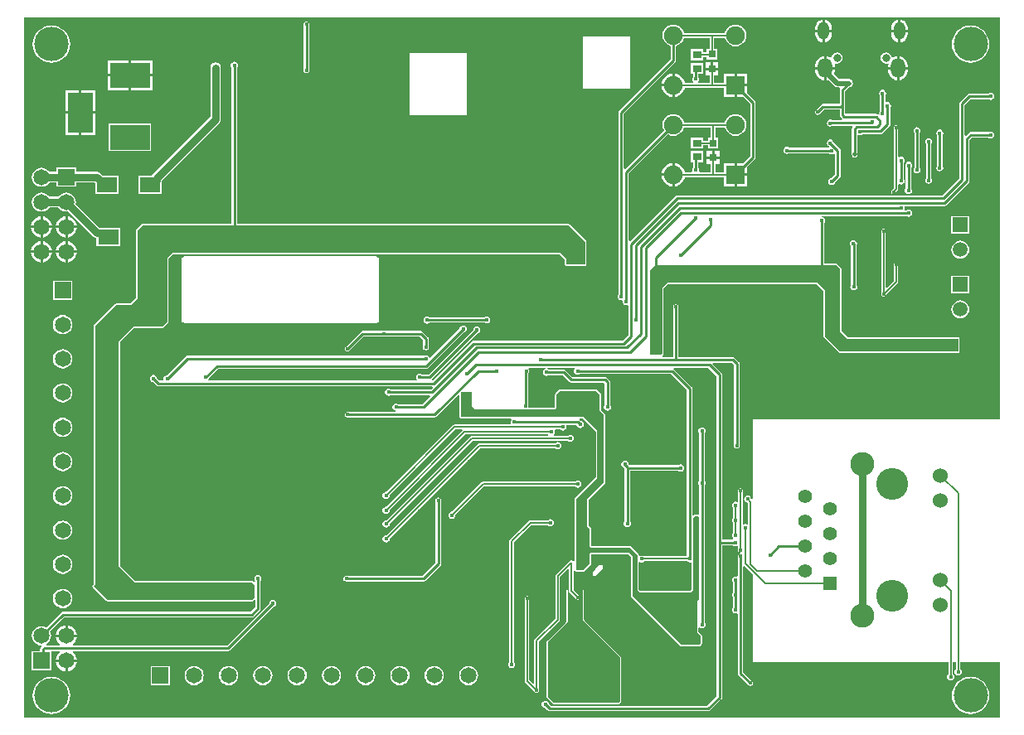
<source format=gbl>
%FSTAX23Y23*%
%MOIN*%
%SFA1B1*%

%IPPOS*%
%ADD12C,0.006000*%
%ADD14C,0.010000*%
%ADD22R,0.031500X0.031500*%
%ADD27R,0.037400X0.031500*%
%ADD101C,0.020000*%
%ADD102C,0.030000*%
%ADD104C,0.059100*%
%ADD105R,0.059100X0.059100*%
%ADD106R,0.075000X0.075000*%
%ADD107C,0.075000*%
%ADD108R,0.160000X0.100000*%
%ADD109R,0.100000X0.160000*%
%ADD110C,0.065000*%
%ADD111R,0.065000X0.065000*%
%ADD112C,0.031500*%
%ADD113O,0.045300X0.070900*%
%ADD114O,0.057100X0.078700*%
%ADD115R,0.065000X0.065000*%
%ADD116R,0.055000X0.055000*%
%ADD117C,0.055000*%
%ADD118C,0.060200*%
%ADD119C,0.128000*%
%ADD120C,0.096300*%
%ADD121C,0.138000*%
%ADD122C,0.015700*%
%ADD123C,0.019700*%
%ADD124R,0.082700X0.061000*%
%LNv1.0-1*%
%LPD*%
G36*
X04933Y0337D02*
X0394D01*
Y03051*
X03938Y0305*
X03935Y03049*
X03932Y03051*
X03931Y03055*
X03928Y0306*
X03924Y03063*
X03918Y03064*
X03913Y03063*
X03908Y0306*
X03905Y03055*
X03904Y0305*
X03905Y03044*
X03908Y0304*
X03913Y03037*
X03918Y03035*
X0392Y03031*
Y0295*
X03915Y02947*
X03915Y02948*
X0391Y02949*
X03904Y02948*
X03904Y02947*
X03899Y0295*
Y03085*
X03898Y03088*
X03896Y03091*
X03893Y03093*
X0389Y03094*
X03886Y03093*
X03883Y03091*
X03881Y03088*
X0388Y03085*
Y0304*
X03875Y03037*
X03875Y03038*
X0387Y03039*
X03864Y03038*
X0386Y03035*
X03856Y0303*
X03855Y03025*
X03856Y03019*
X0386Y03015*
X0386Y03014*
Y02975*
X0386Y02975*
X03856Y0297*
X03855Y02965*
X03856Y02959*
X0386Y02955*
X0386Y02954*
Y02915*
X0386Y02915*
X03856Y0291*
X03855Y02905*
X03856Y02899*
X0386Y02895*
X03861Y02894*
X03861Y02888*
X03859Y02886*
X03816*
Y0355*
X03815Y03554*
X03812Y03557*
X03777Y03593*
X03779Y03598*
X03855*
X03863Y0359*
Y03265*
X03864Y0326*
X03867Y03257*
X0387Y03254*
X03875Y03253*
X03879Y03254*
X03882Y03257*
X03885Y0326*
X03886Y03265*
Y03595*
X03885Y03599*
X03882Y03602*
X03867Y03617*
X03864Y0362*
X0386Y03621*
X03641*
Y03825*
X0364Y03829*
X03637Y03832*
X03634Y03835*
X0363Y03836*
X03625Y03835*
X03622Y03832*
X03619Y03829*
X03618Y03825*
Y03621*
X03576*
X03576Y03622*
X03575Y03626*
X03579Y0363*
X03581Y03635*
Y03897*
X03597Y03913*
X04197*
X04223Y03887*
Y03705*
X04225Y037*
X04285Y0364*
X0429Y03638*
X04765*
X04769Y0364*
X04771Y03645*
Y03695*
X04769Y03699*
X04765Y03701*
X04322*
X04296Y03727*
Y03975*
X04294Y03979*
X04279Y03994*
X04275Y03996*
X04226*
Y04161*
X04228Y04164*
X04229Y0417*
X04228Y04175*
X04225Y0418*
X0422Y04183*
X04216Y04183*
X04217Y04188*
X04556*
X04559Y04186*
X04565Y04185*
X0457Y04186*
X04575Y0419*
X04578Y04194*
X04579Y042*
X04578Y04205*
X04575Y0421*
X0457Y04213*
X04565Y04214*
X04559Y04213*
X04556Y04211*
X04551*
X04548Y04216*
X04549Y0422*
X04548Y04223*
X04551Y04228*
X0471*
X04714Y04229*
X04717Y04232*
X04807Y04322*
X0481Y04325*
X04811Y0433*
Y04495*
X04819Y04503*
X04886*
X04889Y04501*
X04895Y045*
X049Y04501*
X04905Y04505*
X04908Y04509*
X04909Y04515*
X04908Y0452*
X04905Y04525*
X049Y04528*
X04895Y04529*
X04889Y04528*
X04886Y04526*
X04815*
X0481Y04525*
X04807Y04522*
X04796Y04512*
X04791Y04514*
Y04635*
X04814Y04658*
X04886*
X04889Y04656*
X04895Y04655*
X049Y04656*
X04905Y0466*
X04908Y04664*
X04909Y0467*
X04908Y04675*
X04905Y0468*
X049Y04683*
X04895Y04684*
X04889Y04683*
X04886Y04681*
X0481*
X04805Y0468*
X04802Y04677*
X04772Y04647*
X04769Y04644*
X04768Y0464*
Y04339*
X047Y04271*
X04567*
X04566Y04276*
X04567Y04276*
X0457Y04276*
X04575Y0428*
X04578Y04284*
X04579Y0429*
X04578Y04295*
X04577Y04296*
Y04383*
X04579Y04387*
X0458Y04392*
X04579Y04398*
X04576Y04402*
X04572Y04406*
X04566Y04407*
X04561Y04406*
X04556Y04402*
X04553Y04398*
X04552Y04392*
X04553Y04387*
X04554Y04386*
Y04299*
X04551Y04295*
X0455Y0429*
X04551Y04284*
X04555Y0428*
X04559Y04276*
X04562Y04276*
X04563Y04276*
X04562Y04271*
X04507*
X04507Y04276*
X04508Y04276*
X04511Y04278*
X04513Y04281*
X04513Y04283*
X04521Y04291*
X04523Y04294*
X04524Y04297*
Y04314*
X04529Y04317*
X04529Y04316*
X04535Y04315*
X0454Y04316*
X04545Y0432*
X04548Y04324*
X04549Y0433*
X04548Y04335*
X04547Y04336*
Y04403*
X04549Y04407*
X0455Y04412*
X04549Y04418*
X04546Y04422*
X04542Y04426*
X04536Y04427*
X04531Y04426*
X04529Y04424*
X04524Y04427*
Y04545*
X04523Y04548*
X04521Y04551*
X04518Y04553*
X04515Y04554*
X04511Y04553*
X04508Y04551*
X04506Y04548*
X04505Y04545*
Y04301*
X04498Y04294*
X04496Y04291*
X04495Y04287*
Y04285*
X04496Y04281*
X04498Y04278*
X04501Y04276*
X04503Y04276*
X04502Y04271*
X03635*
X0363Y0427*
X03627Y04267*
X03446Y04087*
X03441Y04089*
Y0436*
X03597Y04517*
X03598Y04517*
X03608Y04512*
X0362Y04511*
X03631Y04512*
X03641Y04517*
X03651Y04524*
X03658Y04533*
X03662Y04543*
X03662Y04545*
X0377*
Y04504*
X03758*
Y04491*
X03739*
Y04504*
X0369*
Y0446*
X03739*
Y04473*
X03758*
Y0446*
X03801*
Y04504*
X03789*
Y04545*
X03827*
X03827Y04543*
X03832Y04533*
X03839Y04524*
X03848Y04517*
X03858Y04512*
X0387Y04511*
X03881Y04512*
X03891Y04517*
X03901Y04524*
X03908Y04533*
X03912Y04543*
X03913Y04555*
X03912Y04566*
X03908Y04576*
X03901Y04586*
X03891Y04593*
X03881Y04597*
X0387Y04598*
X03858Y04597*
X03848Y04593*
X03839Y04586*
X03832Y04576*
X03827Y04566*
X03827Y04564*
X03662*
X03662Y04566*
X03658Y04576*
X03651Y04586*
X03641Y04593*
X03631Y04597*
X0362Y04598*
X03608Y04597*
X03598Y04593*
X03589Y04586*
X03582Y04576*
X03577Y04566*
X03576Y04555*
X03577Y04543*
X03582Y04533*
X03582Y04532*
X03426Y04377*
X03421Y04379*
Y046*
X03627Y04807*
X0363Y0481*
X03631Y04815*
Y04872*
X03631*
X03641Y04877*
X03651Y04884*
X03658Y04893*
X03662Y04903*
X03662Y04905*
X03765*
Y04861*
X03753*
Y04846*
X03739*
Y04859*
X0369*
Y04815*
X03739*
Y04828*
X03753*
Y04817*
X03796*
Y04861*
X03784*
Y04905*
X03827*
X03827Y04903*
X03832Y04893*
X03839Y04884*
X03848Y04877*
X03858Y04872*
X0387Y04871*
X03881Y04872*
X03891Y04877*
X03901Y04884*
X03908Y04893*
X03912Y04903*
X03913Y04915*
X03912Y04926*
X03908Y04936*
X03901Y04946*
X03891Y04953*
X03881Y04957*
X0387Y04958*
X03858Y04957*
X03848Y04953*
X03839Y04946*
X03832Y04936*
X03827Y04926*
X03827Y04924*
X03662*
X03662Y04926*
X03658Y04936*
X03651Y04946*
X03641Y04953*
X03631Y04957*
X0362Y04958*
X03608Y04957*
X03598Y04953*
X03589Y04946*
X03582Y04936*
X03577Y04926*
X03576Y04915*
X03577Y04903*
X03582Y04893*
X03589Y04884*
X03598Y04877*
X03608Y04872*
X03608*
Y04819*
X03402Y04612*
X03399Y04609*
X03398Y04605*
Y03873*
X03396Y0387*
X03395Y03865*
X03396Y03859*
X034Y03855*
X03404Y03851*
X0341Y0385*
X03412Y03851*
X03416Y03847*
X03415Y03845*
X03416Y03839*
X0342Y03835*
X03424Y03831*
X0343Y0383*
X03433Y03831*
X03438Y03828*
Y03709*
X03415Y03686*
X02815*
X0281Y03685*
X02807Y03682*
X02652Y03528*
X02651Y03528*
X0265Y03534*
X02833Y03717*
X02835Y03718*
X0284Y03721*
X02843Y03725*
X02844Y03731*
X02843Y03736*
X0284Y03741*
X02835Y03744*
X0283Y03745*
X02824Y03744*
X0282Y03741*
X02816Y03736*
X02816Y03731*
X02635Y03551*
X02608*
X02605Y03553*
X026Y03554*
X02594Y03553*
X0259Y0355*
X02586Y03545*
X02585Y0354*
X02586Y03534*
X02589Y03531*
X02587Y03527*
X02587Y03526*
X01753*
X01752Y03527*
X0175Y03531*
X01753Y03534*
X01753Y03537*
X01789Y03573*
X02625*
X02629Y03574*
X02632Y03577*
X02777Y03721*
X0278Y03721*
X02785Y03725*
X02788Y03729*
X02789Y03735*
X02788Y0374*
X02785Y03745*
X0278Y03748*
X02775Y03749*
X02769Y03748*
X02765Y03745*
X02761Y0374*
X02761Y03737*
X02642Y03618*
X02638Y0362*
X02637Y0362*
X02635Y03625*
X0263Y03628*
X02625Y03629*
X02619Y03628*
X02616Y03626*
X01665*
X0166Y03625*
X01657Y03622*
X01582Y03548*
X01579Y03548*
X01575Y03545*
X01571Y0354*
X0157Y03535*
X01571Y03531*
X01568Y03526*
X01554*
X01543Y03537*
X01543Y0354*
X0154Y03545*
X01535Y03548*
X0153Y03549*
X01524Y03548*
X0152Y03545*
X01516Y0354*
X01515Y03535*
X01516Y03529*
X0152Y03525*
X01524Y03521*
X01527Y03521*
X01542Y03507*
X01545Y03504*
X0155Y03503*
X0265*
X02652Y03498*
X02645Y03491*
X02483*
X0248Y03493*
X02475Y03494*
X02469Y03493*
X02465Y0349*
X02461Y03485*
X0246Y0348*
X02461Y03474*
X02465Y0347*
X02469Y03466*
X02475Y03465*
X0248Y03466*
X02483Y03468*
X02641*
X02643Y03464*
X0261Y03431*
X02513*
X0251Y03433*
X02505Y03434*
X02499Y03433*
X02495Y0343*
X02491Y03425*
X0249Y0342*
X02491Y03414*
X02495Y0341*
X02499Y03406*
X02503Y03406*
X02502Y03401*
X0231*
X02305Y034*
X02302Y03397*
X02299Y03394*
X02298Y0339*
X02299Y03385*
X02302Y03382*
X02305Y03379*
X0231Y03378*
X0266*
X02664Y03379*
X02667Y03382*
X02753Y03468*
X02758Y03466*
Y03384*
X0276Y0338*
X02765Y03375*
X02769Y03373*
X02966*
X02967Y03373*
X02969Y03368*
X02966Y03365*
X02965Y0336*
X02966Y03354*
X02967Y03354*
X02964Y03349*
X0274*
X02736Y03348*
X02733Y03346*
X02466Y03079*
X02465Y03079*
X02459Y03078*
X02455Y03075*
X02451Y0307*
X0245Y03065*
X02451Y03059*
X02455Y03055*
X02459Y03051*
X02465Y0305*
X0247Y03051*
X02475Y03055*
X02478Y03059*
X02479Y03065*
X02479Y03066*
X02743Y0333*
X02771*
X02772Y03328*
X02772Y03325*
X02466Y03019*
X02465Y03019*
X02459Y03018*
X02455Y03015*
X02451Y0301*
X0245Y03005*
X02451Y02999*
X02455Y02995*
X02459Y02991*
X02465Y0299*
X0247Y02991*
X02475Y02995*
X02478Y02999*
X02479Y03005*
X02479Y03006*
X02783Y0331*
X03116*
X03117Y03309*
X03115Y03304*
X0281*
X02806Y03303*
X02803Y03301*
X02466Y02964*
X02465Y02964*
X02459Y02963*
X02455Y0296*
X02451Y02955*
X0245Y0295*
X02451Y02944*
X02455Y0294*
X02459Y02936*
X02465Y02935*
X0247Y02936*
X02475Y0294*
X02478Y02944*
X02479Y0295*
X02479Y02951*
X02813Y03285*
X03194*
X03195Y03285*
X03199Y03281*
X03205Y0328*
X0321Y03281*
X03215Y03285*
X03218Y03289*
X03219Y03295*
X03218Y033*
X03215Y03305*
X0321Y03308*
X03205Y03309*
X03199Y03308*
X03195Y03305*
X03194Y03304*
X0314*
X03138Y03309*
X0314Y0331*
X03143Y03314*
X03144Y0332*
X03143Y03325*
X03142Y03325*
X03145Y0333*
X03164*
X03165Y0333*
X03169Y03326*
X03175Y03325*
X0318Y03326*
X03185Y0333*
X03188Y03334*
X03189Y0334*
X03188Y03343*
X03191Y03348*
X0323*
X03231Y03347*
X03231Y03344*
X03235Y0334*
X03239Y03336*
X03245Y03335*
X0325Y03336*
X03255Y0334*
X03258Y03344*
X03259Y0335*
X03258Y03355*
X03255Y0336*
X0325Y03363*
X03247Y03363*
X03242Y03367*
X03242Y03368*
X03243Y03373*
X03257*
X03308Y03322*
Y03137*
X03224Y03053*
X03222Y03048*
Y02801*
X03217Y028*
X03216Y02801*
X03213Y02803*
X0321Y02804*
X03206Y02803*
X03203Y02801*
X03148Y02746*
X03146Y02743*
X03145Y0274*
Y02568*
X03063Y02486*
X03061Y02483*
X0306Y0248*
Y02308*
X03056Y02306*
X03041Y02321*
Y02652*
X03041Y02655*
X03039Y02658*
X03036Y0266*
X03032Y02661*
X03029Y0266*
X03026Y02658*
X03024Y02655*
X03023Y02652*
Y02317*
X03024Y02313*
X03026Y0231*
X03063Y02273*
X03066Y02271*
X0307Y0227*
X03073Y02271*
X03076Y02273*
X03078Y02276*
X03079Y0228*
Y02476*
X03161Y02558*
X03163Y02561*
X03164Y02565*
Y02736*
X03196Y02768*
X032Y02766*
Y0268*
X03201Y02676*
X03203Y02673*
X03228Y02648*
X03231Y02646*
X03235Y02645*
X03238Y02646*
X03241Y02648*
X03243Y02651*
X03244Y02655*
X03243Y02658*
X03241Y02661*
X03219Y02683*
Y02759*
X03224Y0276*
X03228Y02758*
X03259*
X03264Y0276*
X03289Y02785*
X03291Y0279*
Y02827*
X03292Y02828*
X03437*
X03448Y02817*
Y0266*
X0345Y02655*
X03645Y0246*
X0365Y02458*
X03725*
X03729Y0246*
X03734Y02465*
X03736Y0247*
Y025*
X03734Y02504*
X03721Y02517*
Y02531*
X03721Y02532*
X03726Y02534*
X03729Y02531*
X03735Y0253*
X0374Y02531*
X03745Y02535*
X03748Y02539*
X03749Y02545*
X03748Y0255*
X03746Y02553*
Y03106*
X03748Y03109*
X03749Y03115*
X03748Y0312*
X03746Y03123*
Y03316*
X03748Y03319*
X03749Y03325*
X03748Y0333*
X03745Y03335*
X0374Y03338*
X03735Y03339*
X03729Y03338*
X03725Y03335*
X03721Y0333*
X0372Y03325*
X03721Y03319*
X03723Y03316*
Y03123*
X03721Y0312*
X0372Y03115*
X03721Y03109*
X03723Y03106*
Y02989*
X0372Y02986*
X03705*
X03701Y02984*
X03696Y02986*
Y03495*
X03695Y03499*
X03692Y03502*
X03622Y03572*
X03621Y03573*
X03623Y03578*
X0376*
X03793Y03545*
Y02875*
Y02257*
X03755Y02218*
X03127*
X03118Y02227*
X03118Y0223*
X03115Y02235*
X0311Y02238*
X03105Y02239*
X03099Y02238*
X03095Y02235*
X03091Y0223*
X0309Y02225*
X03091Y02219*
X03095Y02215*
X03099Y02211*
X03102Y02211*
X03114Y02199*
X03118Y02197*
X03122Y02196*
X0376*
X03764Y02197*
X03767Y02199*
X03812Y02244*
X03815Y02248*
X03816Y02252*
Y02863*
X03861*
X03864Y02861*
X0387Y0286*
X03875Y02861*
X03875Y02862*
X0388Y02859*
Y02845*
X03881Y02841*
X03883Y02838*
X03886Y02836*
X03888Y02836*
Y02831*
X03885Y0283*
X03882Y02827*
X03879Y02824*
X03878Y0282*
Y02741*
X03873Y02738*
X0387Y02739*
X03864Y02738*
X0386Y02735*
X03856Y0273*
X03855Y02725*
X03856Y02719*
X03858Y02716*
Y02673*
X03856Y0267*
X03855Y02665*
X03856Y02659*
X03858Y02656*
Y02613*
X03856Y0261*
X03855Y02605*
X03856Y02599*
X0386Y02595*
X03864Y02591*
X0387Y0259*
X03873Y02591*
X03878Y02588*
Y02348*
X03879Y02343*
X03882Y0234*
X0392Y02301*
X03924Y02299*
X03928Y02298*
X03932Y02299*
X03936Y02301*
X03938Y02305*
X03939Y02309*
X03938Y02313*
X03936Y02317*
X03901Y02352*
Y02778*
X03906Y0278*
X0394Y02747*
Y02395*
X04725*
Y02345*
X04725Y02345*
X04721Y0234*
X0472Y02335*
X04721Y02329*
X04725Y02325*
X04729Y02321*
X04735Y0232*
X0474Y02321*
X04745Y02325*
X04748Y02329*
X04749Y02335*
X04748Y0234*
X04745Y02345*
X04744Y02345*
Y02395*
X04755*
Y02365*
X04755Y02365*
X04751Y0236*
X0475Y02355*
X04751Y02349*
X04755Y02345*
X04759Y02341*
X04765Y0234*
X0477Y02341*
X04775Y02345*
X04778Y02349*
X04779Y02355*
X04778Y0236*
X04775Y02365*
X04774Y02365*
Y02395*
X04933*
Y02171*
X01011*
Y04988*
X04933*
Y0337*
G37*
G36*
X0429Y03975D02*
Y03725D01*
X0432Y03695*
X04765*
Y03645*
X0429*
X0423Y03705*
Y0389*
X042Y0392*
X03595*
X03575Y039*
Y03635*
X0357Y0363*
X0353*
X03525Y03635*
Y0397*
X03545Y0399*
X04275*
X0429Y03975*
G37*
G36*
X03324Y0347D02*
Y03405D01*
X03339Y0339*
Y03325*
Y03115*
X03274Y0305*
Y0294*
X03284Y0293*
Y0286*
X03289Y02855*
X03445*
X03475Y02825*
Y02685*
X03485Y02675*
X0369*
X037Y02685*
Y02975*
X03705Y0298*
X0372*
X03723Y02976*
Y02648*
X03715Y0264*
Y02515*
X0373Y025*
Y0247*
X03725Y02465*
X0365*
X03455Y0266*
Y0282*
X0344Y02835*
X0329*
X03284Y0283*
Y0279*
X03259Y02765*
X03228*
Y03048*
X03314Y03135*
Y03325*
X03259Y0338*
X02769*
X02765Y03384*
Y03479*
X02768Y03482*
X0281*
Y03424*
X02824Y0341*
X03144*
X0315Y03415*
Y03471*
X03163Y03485*
X03309*
X03324Y0347*
G37*
G36*
X03222Y03577D02*
X03224Y03573D01*
X03221Y0357*
X0322Y03565*
X03221Y03559*
X03225Y03555*
X03229Y03551*
X03235Y0355*
X0324Y03551*
X03243Y03553*
X0361*
X03673Y0349*
Y02819*
X03501*
X03497Y02822*
X03492Y02823*
X03486Y02822*
X03486Y02821*
X03481Y02824*
Y02825*
X03479Y02829*
X03449Y02859*
X03445Y02861*
X03292*
X03291Y02862*
Y0293*
X03289Y02934*
X03281Y02942*
Y03047*
X03344Y0311*
X03346Y03115*
Y03325*
Y0339*
X03344Y03394*
X03331Y03407*
Y0347*
X03329Y03474*
X03314Y03489*
X03309Y03491*
X03163*
X03159Y03489*
X03145Y03475*
X03143Y03471*
Y03417*
X03142Y03416*
X03038*
X03036Y03418*
X03035Y03421*
X03036Y03425*
Y03555*
X03037Y03557*
X0304Y0356*
X03041Y03565*
X0304Y03569*
X03037Y03572*
X03036Y03573*
X03038Y03578*
X03107*
X03108Y03573*
X03107Y03573*
X03104Y03573*
X031Y0357*
X03096Y03565*
X03095Y0356*
X03096Y03554*
X031Y0355*
X03104Y03546*
X0311Y03545*
X03115Y03546*
X03118Y03548*
X03175*
X03202Y03522*
X03205Y03519*
X0321Y03518*
X0334*
X03343Y03515*
Y03428*
X03341Y03425*
X0334Y0342*
X03341Y03414*
X03345Y0341*
X03349Y03406*
X03355Y03405*
X0336Y03406*
X03365Y0341*
X03368Y03414*
X03369Y0342*
X03368Y03425*
X03366Y03428*
Y0352*
X03365Y03524*
X03362Y03527*
X03352Y03537*
X03349Y0354*
X03345Y03541*
X03214*
X03187Y03567*
X03184Y0357*
X0318Y03571*
X03118*
X03115Y03573*
X03112Y03573*
X03111Y03573*
X03112Y03578*
X03222*
X03222Y03577*
G37*
G36*
X03675Y028D02*
X03679Y02796D01*
X03685Y02795*
X03688Y02796*
X03693Y02793*
Y02687*
X03687Y02681*
X03487*
X03481Y02687*
Y02793*
X03486Y02796*
X03486Y02795*
X03492Y02794*
X03497Y02795*
X03502Y02799*
X03503Y028*
X03674*
X03675Y028*
G37*
%LNv1.0-2*%
%LPC*%
G36*
X04534Y04978D02*
Y04938D01*
X04562*
Y04946*
X04561Y04954*
X04557Y04962*
X04552Y04969*
X04545Y04974*
X04537Y04977*
X04534Y04978*
G37*
G36*
X04229D02*
Y04938D01*
X04257*
Y04946*
X04255Y04954*
X04252Y04962*
X04247Y04969*
X0424Y04974*
X04232Y04977*
X04229Y04978*
G37*
G36*
X04219D02*
X04215Y04977D01*
X04207Y04974*
X042Y04969*
X04195Y04962*
X04192Y04954*
X04191Y04946*
Y04938*
X04219*
Y04978*
G37*
G36*
X04524D02*
X0452Y04977D01*
X04512Y04974*
X04506Y04969*
X045Y04962*
X04497Y04954*
X04496Y04946*
Y04938*
X04524*
Y04978*
G37*
G36*
X04562Y04928D02*
X04534D01*
Y04888*
X04537Y04888*
X04545Y04892*
X04552Y04897*
X04557Y04904*
X04561Y04912*
X04562Y0492*
Y04928*
G37*
G36*
X04219D02*
X04191D01*
Y0492*
X04192Y04912*
X04195Y04904*
X042Y04897*
X04207Y04892*
X04215Y04888*
X04219Y04888*
Y04928*
G37*
G36*
X04257D02*
X04229D01*
Y04888*
X04232Y04888*
X0424Y04892*
X04247Y04897*
X04252Y04904*
X04255Y04912*
X04257Y0492*
Y04928*
G37*
G36*
X04524D02*
X04496D01*
Y0492*
X04497Y04912*
X045Y04904*
X04506Y04897*
X04512Y04892*
X0452Y04888*
X04524Y04888*
Y04928*
G37*
G36*
X04278Y04847D02*
X04269Y04845D01*
X04262Y0484*
X04257Y04833*
X04256Y04828*
X04251Y04826*
X04249Y04828*
X0424Y04832*
X04235Y04832*
Y04788*
X04268*
Y04794*
X04268Y048*
X04272Y04804*
X04278Y04802*
X04286Y04804*
X04293Y04809*
X04298Y04816*
X043Y04825*
X04298Y04833*
X04293Y0484*
X04286Y04845*
X04278Y04847*
G37*
G36*
X04815Y04955D02*
X048Y04953D01*
X04786Y04949*
X04773Y04942*
X04761Y04933*
X04752Y04921*
X04745Y04908*
X04741Y04894*
X04739Y0488*
X04741Y04865*
X04745Y04851*
X04752Y04838*
X04761Y04826*
X04773Y04817*
X04786Y0481*
X048Y04806*
X04815Y04804*
X04829Y04806*
X04843Y0481*
X04856Y04817*
X04868Y04826*
X04877Y04838*
X04884Y04851*
X04888Y04865*
X0489Y0488*
X04888Y04894*
X04884Y04908*
X04877Y04921*
X04868Y04933*
X04856Y04942*
X04843Y04949*
X04829Y04953*
X04815Y04955*
G37*
G36*
X0112D02*
X01105Y04953D01*
X01091Y04949*
X01078Y04942*
X01066Y04933*
X01057Y04921*
X0105Y04908*
X01046Y04894*
X01044Y0488*
X01046Y04865*
X0105Y04851*
X01057Y04838*
X01066Y04826*
X01078Y04817*
X01091Y0481*
X01105Y04806*
X0112Y04804*
X01134Y04806*
X01148Y0481*
X01161Y04817*
X01173Y04826*
X01182Y04838*
X01189Y04851*
X01193Y04865*
X01195Y0488*
X01193Y04894*
X01189Y04908*
X01182Y04921*
X01173Y04933*
X01161Y04942*
X01148Y04949*
X01134Y04953*
X0112Y04955*
G37*
G36*
X04528Y04832D02*
Y04788D01*
X04562*
Y04794*
X0456Y04804*
X04557Y04814*
X0455Y04822*
X04542Y04828*
X04533Y04832*
X04528Y04832*
G37*
G36*
X04225D02*
X0422Y04832D01*
X0421Y04828*
X04202Y04822*
X04196Y04814*
X04192Y04804*
X04191Y04794*
Y04788*
X04225*
Y04832*
G37*
G36*
X04475Y04847D02*
X04466Y04845D01*
X04459Y0484*
X04454Y04833*
X04452Y04825*
X04454Y04816*
X04459Y04809*
X04466Y04804*
X04475Y04802*
X0448Y04804*
X04485Y048*
X04484Y04794*
Y04788*
X04518*
Y04832*
X04513Y04832*
X04503Y04828*
X04502Y04826*
X04496Y04828*
X04495Y04833*
X0449Y0484*
X04483Y04845*
X04475Y04847*
G37*
G36*
X038Y04806D02*
X0378D01*
Y04785*
X038*
Y04806*
G37*
G36*
X0377D02*
X03749D01*
Y04785*
X0377*
Y04806*
G37*
G36*
X02145Y04971D02*
X0214Y0497D01*
X02137Y04967*
X02134Y04964*
X02133Y0496*
Y04775*
X02134Y0477*
X02137Y04767*
X0214Y04764*
X02145Y04763*
X02149Y04764*
X02152Y04767*
X02155Y0477*
X02156Y04775*
Y0496*
X02155Y04964*
X02152Y04967*
X02149Y0497*
X02145Y04971*
G37*
G36*
X01525Y04815D02*
X0144D01*
Y0476*
X01525*
Y04815*
G37*
G36*
X0143D02*
X01345D01*
Y0476*
X0143*
Y04815*
G37*
G36*
X04562Y04778D02*
X04528D01*
Y04734*
X04533Y04735*
X04542Y04739*
X0455Y04745*
X04557Y04753*
X0456Y04762*
X04562Y04772*
Y04778*
G37*
G36*
X04225D02*
X04191D01*
Y04772*
X04192Y04762*
X04196Y04753*
X04202Y04745*
X0421Y04739*
X0422Y04735*
X04225Y04734*
Y04778*
G37*
G36*
X04518D02*
X04484D01*
Y04772*
X04485Y04762*
X04489Y04753*
X04495Y04745*
X04503Y04739*
X04513Y04735*
X04518Y04734*
Y04778*
G37*
G36*
X03739Y04804D02*
X0369D01*
Y0476*
X03698*
Y04748*
X03696Y04745*
X03695Y0474*
X03696Y04734*
X037Y0473*
X03701Y04729*
X03699Y04724*
X03666*
X03666Y04727*
X03661Y04739*
X03653Y04748*
X03644Y04756*
X03632Y04761*
X03625Y04762*
Y04715*
Y04667*
X03632Y04668*
X03644Y04673*
X03653Y04681*
X03661Y04691*
X03666Y04702*
X03666Y04705*
X03822*
Y04667*
X03865*
Y04715*
X0387*
X03865*
Y04762*
X03822*
Y04724*
X03784*
Y04754*
X038*
Y04775*
X03775*
X03749*
Y04754*
X03765*
Y04724*
X0372*
X03718Y04729*
X0372Y0473*
X03723Y04734*
X03724Y0474*
X03723Y04745*
X03721Y04748*
Y0476*
X03739*
Y04804*
G37*
G36*
X03917Y04762D02*
X03875D01*
Y0472*
X03917*
Y04762*
G37*
G36*
X03615Y04762D02*
X03607Y04761D01*
X03596Y04756*
X03586Y04748*
X03578Y04739*
X03573Y04727*
X03572Y0472*
X03615*
Y04762*
G37*
G36*
X03445Y0491D02*
X03255D01*
Y047*
X03445*
Y0491*
G37*
G36*
X01525Y0475D02*
X0144D01*
Y04695*
X01525*
Y0475*
G37*
G36*
X0143D02*
X01345D01*
Y04695*
X0143*
Y0475*
G37*
G36*
X03615Y0471D02*
X03572D01*
X03573Y04702*
X03578Y04691*
X03586Y04681*
X03596Y04673*
X03607Y04668*
X03615Y04667*
Y0471*
G37*
G36*
X04268Y04778D02*
X04235D01*
Y04734*
X0424Y04735*
X04243Y04736*
X04268Y04711*
X04273Y04707*
X0428Y04706*
X04287*
X0429Y04701*
X0429Y04701*
X04289Y04696*
Y04639*
X04221*
X04217Y04638*
X04213Y04635*
X04192Y04615*
X0419Y04611*
X04189Y04607*
X0419Y04602*
X04192Y04599*
X04196Y04596*
X042Y04595*
X04205Y04596*
X04208Y04599*
X04226Y04616*
X04289*
Y04593*
X0429Y04589*
X04292Y04585*
X04298Y0458*
Y04579*
X04296Y04575*
X04258*
X04257Y04576*
X04251Y04577*
X04246Y04576*
X04241Y04572*
X04238Y04568*
X04237Y04562*
X04238Y04557*
X04241Y04552*
X04246Y04549*
X04251Y04548*
X04257Y04549*
X04261Y04552*
X0434*
X04342Y04548*
X0434Y04546*
X04338Y04543*
X04337Y04538*
Y04436*
X04338Y04431*
X0434Y04428*
X04344Y04425*
X04348Y04425*
X04353Y04425*
X04356Y04428*
X04359Y04431*
X04359Y04436*
Y04513*
X04364Y04515*
X04366Y04514*
X04371Y04513*
X04377Y04514*
X04381Y04517*
X04452*
X04457Y04518*
X0446Y04521*
X04489Y0455*
X04492Y04553*
X04492Y04557*
Y04624*
X04494Y04627*
X04495Y04632*
X04494Y04638*
X04491Y04642*
X04487Y04646*
X04481Y04647*
X04477Y04646*
X04472Y04649*
Y04674*
X04474Y04677*
X04475Y04682*
X04474Y04688*
X04471Y04692*
X04467Y04696*
X04461Y04697*
X04456Y04696*
X04451Y04692*
X04448Y04688*
X04447Y04682*
X04448Y04677*
X0445Y04674*
Y04611*
X04448Y04608*
X04447Y04602*
X04448Y04599*
X04446Y04597*
X04443Y04596*
X04441Y04598*
X04436Y04599*
X04311*
Y04627*
Y04692*
X04326Y04706*
X04326*
X04332Y04707*
X04338Y04711*
X04341Y04716*
X04343Y04722*
X04341Y04729*
X04338Y04734*
X04332Y04738*
X04326Y04739*
X04286*
X04266Y04759*
X04267Y04762*
X04268Y04772*
Y04778*
G37*
G36*
X01295Y04695D02*
X0124D01*
Y0461*
X01295*
Y04695*
G37*
G36*
X0123D02*
X01175D01*
Y0461*
X0123*
Y04695*
G37*
G36*
X0279Y04845D02*
X0256D01*
Y04595*
X0279*
Y04845*
G37*
G36*
X01295Y046D02*
X0124D01*
Y04515*
X01295*
Y046*
G37*
G36*
X0123D02*
X01175D01*
Y04515*
X0123*
Y046*
G37*
G36*
X04251Y04497D02*
X04246Y04496D01*
X04241Y04492*
X04238Y04488*
X04237Y04482*
X04238Y04477*
X04241Y04472*
X04246Y04469*
X04247Y04469*
X04247Y04468*
X04244Y04463*
X04086*
X04082Y04466*
X04076Y04467*
X04071Y04466*
X04066Y04462*
X04063Y04458*
X04062Y04452*
X04063Y04447*
X04066Y04442*
X04071Y04439*
X04076Y04438*
X04082Y04439*
X04083Y0444*
X04247*
X04251Y04438*
X04256Y04437*
X04262Y04438*
X04265Y0444*
X04269Y04438*
X0427Y04438*
Y04357*
X04254Y04341*
X04251Y04341*
X04246Y04337*
X04243Y04333*
X04242Y04327*
X04243Y04322*
X04246Y04317*
X04251Y04314*
X04256Y04313*
X04262Y04314*
X04266Y04317*
X04269Y04322*
X0427Y04325*
X04289Y04345*
X04292Y04348*
X04292Y04352*
Y04452*
X04292Y04457*
X04289Y0446*
X04265Y04485*
X04264Y04488*
X04261Y04492*
X04257Y04496*
X04251Y04497*
G37*
G36*
X01521Y04561D02*
X01349D01*
Y04449*
X01521*
Y04561*
G37*
G36*
X03805Y04449D02*
X03785D01*
Y04428*
X03805*
Y04449*
G37*
G36*
X03775D02*
X03754D01*
Y04428*
X03775*
Y04449*
G37*
G36*
X04691Y04537D02*
X04686Y04536D01*
X04681Y04532*
X04678Y04528*
X04677Y04522*
X04678Y04517*
X0468Y04514*
Y04391*
X04678Y04388*
X04677Y04382*
X04678Y04377*
X04681Y04372*
X04686Y04369*
X04691Y04368*
X04697Y04369*
X04701Y04372*
X04704Y04377*
X04705Y04382*
X04704Y04388*
X04702Y04391*
Y04514*
X04704Y04517*
X04705Y04522*
X04704Y04528*
X04701Y04532*
X04697Y04536*
X04691Y04537*
G37*
G36*
X03739Y04449D02*
X0369D01*
Y04405*
X03698*
Y04383*
X03696Y0438*
X03695Y04375*
X03696Y04369*
X03697Y04369*
X03694Y04364*
X03666*
X03666Y04367*
X03661Y04379*
X03653Y04388*
X03644Y04396*
X03632Y04401*
X03625Y04402*
Y04355*
Y04307*
X03632Y04308*
X03644Y04313*
X03653Y04321*
X03661Y04331*
X03666Y04342*
X03666Y04345*
X03822*
Y04307*
X03865*
Y04355*
Y04402*
X03822*
Y04364*
X03789*
Y04397*
X03805*
Y04418*
X0378*
X03754*
Y04397*
X0377*
Y04364*
X03725*
X03722Y04369*
X03723Y04369*
X03724Y04375*
X03723Y0438*
X03721Y04383*
Y04405*
X03739*
Y04449*
G37*
G36*
X03917Y0471D02*
X03875D01*
Y04667*
X03901*
X03928Y0464*
Y04429*
X03901Y04402*
X03875*
Y0436*
X03917*
Y04386*
X03947Y04417*
X0395Y0442*
X03951Y04425*
Y04645*
X0395Y04649*
X03947Y04652*
X03917Y04683*
Y0471*
G37*
G36*
X03615Y04402D02*
X03607Y04401D01*
X03596Y04396*
X03586Y04388*
X03578Y04379*
X03573Y04367*
X03572Y0436*
X03615*
Y04402*
G37*
G36*
X04599Y04546D02*
X04593Y04545D01*
X04589Y04542*
X04586Y04538*
X04585Y04532*
X04586Y04527*
X04588Y04524*
Y04382*
X04586Y04379*
X04585Y04374*
X04586Y04368*
X04589Y04364*
X04594Y0436*
X04599Y04359*
X04604Y0436*
X04609Y04364*
X04612Y04368*
X04613Y04374*
X04612Y04379*
X0461Y04382*
Y04524*
X04612Y04527*
X04613Y04532*
X04612Y04538*
X04609Y04542*
X04604Y04545*
X04599Y04546*
G37*
G36*
X04646Y04502D02*
X04641Y04501D01*
X04636Y04497*
X04633Y04493*
X04632Y04487*
X04633Y04482*
X04635Y04479*
Y04341*
X04633Y04338*
X04632Y04332*
X04633Y04327*
X04636Y04322*
X04641Y04319*
X04646Y04318*
X04652Y04319*
X04656Y04322*
X04659Y04327*
X0466Y04332*
X04659Y04338*
X04657Y04341*
Y04479*
X04659Y04482*
X0466Y04487*
X04659Y04493*
X04656Y04497*
X04652Y04501*
X04646Y04502*
G37*
G36*
X03615Y0435D02*
X03572D01*
X03573Y04342*
X03578Y04331*
X03586Y04321*
X03596Y04313*
X03607Y04308*
X03615Y04307*
Y0435*
G37*
G36*
X03917D02*
X03875D01*
Y04307*
X03917*
Y0435*
G37*
G36*
X0178Y04806D02*
X01771Y04804D01*
X01764Y048*
X0176Y04793*
X01758Y04785*
Y04587*
X01527Y04356*
X01524Y04351*
X01469*
Y04278*
X01564*
Y04328*
X01564Y0433*
Y04332*
X01795Y04563*
X01799Y0457*
X01801Y04578*
Y04785*
X01799Y04793*
X01795Y048*
X01788Y04804*
X0178Y04806*
G37*
G36*
X0108Y04383D02*
X0107Y04382D01*
X0106Y04378*
X01052Y04372*
X01046Y04364*
X01042Y04355*
X01041Y04345*
X01042Y04335*
X01046Y04325*
X01052Y04317*
X0106Y04311*
X0107Y04307*
X0108Y04306*
X0109Y04307*
X01099Y04311*
X01107Y04317*
X01112Y04323*
X01141*
Y04306*
X01218*
Y04323*
X01293*
X01296Y04321*
Y04278*
X0139*
Y04351*
X01326*
X01317Y0436*
X0131Y04364*
X01302Y04366*
X01218*
Y04383*
X01141*
Y04366*
X01112*
X01107Y04372*
X01099Y04378*
X0109Y04382*
X0108Y04383*
G37*
G36*
X0118Y04283D02*
X0117Y04282D01*
X0116Y04278*
X01152Y04272*
X01147Y04266*
X01112*
X01107Y04272*
X01099Y04278*
X0109Y04282*
X0108Y04283*
X0107Y04282*
X0106Y04278*
X01052Y04272*
X01046Y04264*
X01042Y04255*
X01041Y04245*
X01042Y04235*
X01046Y04225*
X01052Y04217*
X0106Y04211*
X0107Y04207*
X0108Y04206*
X0109Y04207*
X01099Y04211*
X01107Y04217*
X01112Y04223*
X01147*
X01152Y04217*
X0116Y04211*
X0117Y04207*
X0118Y04206*
X01187Y04207*
X01289Y04105*
X01296Y041*
X01301Y04099*
Y04068*
X01395*
Y04141*
X01334*
X01332Y04141*
X01313*
X01217Y04237*
X01218Y04245*
X01217Y04255*
X01213Y04264*
X01207Y04272*
X01199Y04278*
X0119Y04282*
X0118Y04283*
G37*
G36*
X01185Y04187D02*
Y0415D01*
X01222*
X01221Y04156*
X01217Y04166*
X0121Y04175*
X01201Y04182*
X01191Y04186*
X01185Y04187*
G37*
G36*
X01085D02*
Y0415D01*
X01122*
X01121Y04156*
X01117Y04166*
X0111Y04175*
X01101Y04182*
X01091Y04186*
X01085Y04187*
G37*
G36*
X01175D02*
X01168Y04186D01*
X01158Y04182*
X01149Y04175*
X01142Y04166*
X01138Y04156*
X01137Y0415*
X01175*
Y04187*
G37*
G36*
X01075D02*
X01068Y04186D01*
X01058Y04182*
X01049Y04175*
X01042Y04166*
X01038Y04156*
X01037Y0415*
X01075*
Y04187*
G37*
G36*
X04808Y04188D02*
X04737D01*
Y04117*
X04808*
Y04188*
G37*
G36*
X01222Y0414D02*
X01185D01*
Y04102*
X01191Y04103*
X01201Y04107*
X0121Y04114*
X01217Y04123*
X01221Y04133*
X01222Y0414*
G37*
G36*
X01122D02*
X01085D01*
Y04102*
X01091Y04103*
X01101Y04107*
X0111Y04114*
X01117Y04123*
X01121Y04133*
X01122Y0414*
G37*
G36*
X01175D02*
X01137D01*
X01138Y04133*
X01142Y04123*
X01149Y04114*
X01158Y04107*
X01168Y04103*
X01175Y04102*
Y0414*
G37*
G36*
X01075D02*
X01037D01*
X01038Y04133*
X01042Y04123*
X01049Y04114*
X01058Y04107*
X01068Y04103*
X01075Y04102*
Y0414*
G37*
G36*
X01185Y04087D02*
Y0405D01*
X01222*
X01221Y04056*
X01217Y04066*
X0121Y04075*
X01201Y04082*
X01191Y04086*
X01185Y04087*
G37*
G36*
X01085D02*
Y0405D01*
X01122*
X01121Y04056*
X01117Y04066*
X0111Y04075*
X01101Y04082*
X01091Y04086*
X01085Y04087*
G37*
G36*
X01175D02*
X01168Y04086D01*
X01158Y04082*
X01149Y04075*
X01142Y04066*
X01138Y04056*
X01137Y0405*
X01175*
Y04087*
G37*
G36*
X01075D02*
X01068Y04086D01*
X01058Y04082*
X01049Y04075*
X01042Y04066*
X01038Y04056*
X01037Y0405*
X01075*
Y04087*
G37*
G36*
X04773Y04089D02*
X04764Y04088D01*
X04755Y04084*
X04748Y04078*
X04742Y04071*
X04738Y04062*
X04737Y04053*
X04738Y04044*
X04742Y04035*
X04748Y04028*
X04755Y04022*
X04764Y04018*
X04773Y04017*
X04782Y04018*
X04791Y04022*
X04798Y04028*
X04804Y04035*
X04808Y04044*
X04809Y04053*
X04808Y04062*
X04804Y04071*
X04798Y04078*
X04791Y04084*
X04782Y04088*
X04773Y04089*
G37*
G36*
X01222Y0404D02*
X01185D01*
Y04002*
X01191Y04003*
X01201Y04007*
X0121Y04014*
X01217Y04023*
X01221Y04033*
X01222Y0404*
G37*
G36*
X01122D02*
X01085D01*
Y04002*
X01091Y04003*
X01101Y04007*
X0111Y04014*
X01117Y04023*
X01121Y04033*
X01122Y0404*
G37*
G36*
X01175D02*
X01137D01*
X01138Y04033*
X01142Y04023*
X01149Y04014*
X01158Y04007*
X01168Y04003*
X01175Y04002*
Y0404*
G37*
G36*
X01075D02*
X01037D01*
X01038Y04033*
X01042Y04023*
X01049Y04014*
X01058Y04007*
X01068Y04003*
X01075Y04002*
Y0404*
G37*
G36*
X01855Y04809D02*
X01849Y04808D01*
X01845Y04805*
X01841Y048*
X0184Y04795*
X01841Y04789*
X01843Y04786*
Y04156*
X01485*
X0148Y04154*
X0146Y04134*
X01458Y0413*
Y03857*
X01437Y03836*
X0138*
X01375Y03834*
X0129Y03749*
X01288Y03745*
Y02707*
X01285Y02704*
X01283Y027*
X01285Y02695*
X0134Y0264*
X01345Y02638*
X01925*
X01929Y0264*
X01934Y02645*
X01938Y02643*
Y02614*
X0192Y02596*
X01165*
X0116Y02595*
X01157Y02592*
X01098Y02534*
X0109Y02537*
X0108Y02538*
X0107Y02537*
X0106Y02533*
X01052Y02527*
X01046Y02519*
X01042Y0251*
X01041Y025*
X01042Y0249*
X01046Y0248*
X01052Y02472*
X0106Y02466*
X0107Y02462*
X01079Y02461*
X0108Y02459*
X01081Y02456*
X01077Y02452*
X01074Y02448*
X01073Y02444*
Y02438*
X01041*
Y02361*
X01118*
Y02438*
X01123Y02438*
X01152*
X01154Y02433*
X01149Y0243*
X01142Y02421*
X01138Y02411*
X01137Y02405*
X0118*
X01222*
X01221Y02411*
X01217Y02421*
X0121Y0243*
X01205Y02433*
X01207Y02438*
X0183*
X01834Y02439*
X01837Y02442*
X02012Y02616*
X02015Y02616*
X0202Y0262*
X02023Y02624*
X02024Y0263*
X02023Y02635*
X0202Y0264*
X02015Y02643*
X0201Y02644*
X02004Y02643*
X02Y0264*
X01996Y02635*
X01996Y02632*
X01825Y02461*
X01207*
X01205Y02466*
X0121Y02469*
X01217Y02478*
X01221Y02488*
X01222Y02495*
X0118*
X01137*
X01138Y02488*
X01142Y02478*
X01149Y02469*
X01154Y02466*
X01152Y02461*
X011*
X01099Y02466*
X01099Y02466*
X01107Y02472*
X01113Y0248*
X01117Y0249*
X01118Y025*
X01117Y0251*
X01114Y02518*
X01169Y02573*
X01925*
X01929Y02574*
X01932Y02577*
X01957Y02602*
X0196Y02605*
X01961Y0261*
Y02721*
X01963Y02724*
X01964Y0273*
X01963Y02735*
X0196Y0274*
X01955Y02743*
X0195Y02744*
X01944Y02743*
X0194Y0274*
X01936Y02735*
X01935Y0273*
X01936Y02724*
X01938Y02721*
Y02716*
X01934Y02715*
X01929Y02719*
X01925Y02721*
X01457*
X01396Y02782*
Y03685*
X01449Y03738*
X01565*
X01569Y0374*
X01589Y0376*
X01591Y03765*
Y04017*
X01607Y04033*
X03162*
X03183Y04012*
Y03995*
X03185Y0399*
X0319Y03988*
X03265*
X03269Y0399*
X03271Y03995*
Y04085*
X03269Y04089*
X03204Y04154*
X032Y04156*
X01866*
Y04786*
X01868Y04789*
X01869Y04795*
X01868Y048*
X01865Y04805*
X0186Y04808*
X01855Y04809*
G37*
G36*
X04344Y04092D02*
X04339Y0409D01*
X04334Y04087*
X04331Y04083*
X0433Y04077*
X04331Y04072*
X04334Y04069*
Y03911*
X04332Y03908*
X04331Y03903*
X04332Y03898*
X04335Y03893*
X04339Y0389*
X04345Y03889*
X0435Y0389*
X04355Y03893*
X04358Y03898*
X04359Y03903*
X04358Y03908*
X04356Y03911*
Y0407*
X04357Y04072*
X04359Y04077*
X04357Y04083*
X04354Y04087*
X0435Y0409*
X04344Y04092*
G37*
G36*
X04808Y03948D02*
X04737D01*
Y03877*
X04808*
Y03948*
G37*
G36*
X04465Y04137D02*
X04461Y04136D01*
X04458Y04134*
X04456Y04131*
X04456Y04128*
Y03873*
X04456Y03869*
X04458Y03866*
X04461Y03864*
X04465Y03864*
X04468Y03864*
X04471Y03866*
X04521Y03916*
X04523Y03919*
X04524Y03923*
Y03993*
X04523Y03996*
X04521Y03999*
X04518Y04001*
X04515Y04002*
X04511Y04001*
X04508Y03999*
X04506Y03996*
X04506Y03993*
Y03927*
X04479Y039*
X04474Y03902*
Y04128*
X04473Y04131*
X04471Y04134*
X04468Y04136*
X04465Y04137*
G37*
G36*
X01203Y03928D02*
X01126D01*
Y03851*
X01203*
Y03928*
G37*
G36*
X0287Y03785D02*
X02864Y03783D01*
X02861Y03781*
X02637*
X02635Y03783*
X0263Y03784*
X02624Y03783*
X0262Y0378*
X02616Y03775*
X02615Y0377*
X02616Y03764*
X0262Y0376*
X02624Y03756*
X0263Y03755*
X02635Y03756*
X02638Y03759*
X02862*
X02864Y03757*
X0287Y03756*
X02875Y03757*
X0288Y0376*
X02883Y03765*
X02884Y0377*
X02883Y03776*
X0288Y0378*
X02875Y03783*
X0287Y03785*
G37*
G36*
X04773Y03849D02*
X04764Y03848D01*
X04755Y03844*
X04748Y03838*
X04742Y03831*
X04738Y03822*
X04737Y03813*
X04738Y03804*
X04742Y03795*
X04748Y03788*
X04755Y03782*
X04764Y03778*
X04773Y03777*
X04782Y03778*
X04791Y03782*
X04798Y03788*
X04804Y03795*
X04808Y03804*
X04809Y03813*
X04808Y03822*
X04804Y03831*
X04798Y03838*
X04791Y03844*
X04782Y03848*
X04773Y03849*
G37*
G36*
X02425Y04026D02*
X01655D01*
X0165Y04025*
X01647Y04022*
X01644Y04019*
X01643Y04015*
Y0377*
X01644Y03765*
X01647Y03762*
X0165Y03759*
X01655Y03758*
X02425*
X02429Y03759*
X02432Y03762*
X02435Y03765*
X02436Y0377*
Y04015*
X02435Y04019*
X02432Y04022*
X02429Y04025*
X02425Y04026*
G37*
G36*
X02605Y03726D02*
D01*
X0237*
X02365Y03725*
X02362Y03722*
X02302Y03662*
X02299Y03659*
X02298Y03655*
X02299Y0365*
X02302Y03647*
X02305Y03644*
X0231Y03643*
X02314Y03644*
X02317Y03647*
X02374Y03703*
X026*
X02613Y0369*
Y0366*
X02614Y03655*
X02617Y03652*
X0262Y03649*
X02625Y03648*
X02629Y03649*
X02632Y03652*
X02635Y03655*
X02636Y0366*
Y03695*
X02635Y03699*
X02632Y03702*
X02612Y03722*
X02609Y03725*
X02605Y03726*
G37*
G36*
X01165Y03791D02*
X01155Y03789D01*
X01145Y03785*
X01137Y03779*
X01131Y03771*
X01127Y03762*
X01126Y03752*
X01127Y03742*
X01131Y03732*
X01137Y03724*
X01145Y03718*
X01155Y03714*
X01165Y03713*
X01175Y03714*
X01184Y03718*
X01192Y03724*
X01198Y03732*
X01202Y03742*
X01203Y03752*
X01202Y03762*
X01198Y03771*
X01192Y03779*
X01184Y03785*
X01175Y03789*
X01165Y03791*
G37*
G36*
Y03653D02*
X01155Y03651D01*
X01145Y03648*
X01137Y03641*
X01131Y03633*
X01127Y03624*
X01126Y03614*
X01127Y03604*
X01131Y03595*
X01137Y03587*
X01145Y0358*
X01155Y03576*
X01165Y03575*
X01175Y03576*
X01184Y0358*
X01192Y03587*
X01198Y03595*
X01202Y03604*
X01203Y03614*
X01202Y03624*
X01198Y03633*
X01192Y03641*
X01184Y03648*
X01175Y03651*
X01165Y03653*
G37*
G36*
Y03515D02*
X01155Y03514D01*
X01145Y0351*
X01137Y03504*
X01131Y03496*
X01127Y03486*
X01126Y03476*
X01127Y03466*
X01131Y03457*
X01137Y03449*
X01145Y03443*
X01155Y03439*
X01165Y03437*
X01175Y03439*
X01184Y03443*
X01192Y03449*
X01198Y03457*
X01202Y03466*
X01203Y03476*
X01202Y03486*
X01198Y03496*
X01192Y03504*
X01184Y0351*
X01175Y03514*
X01165Y03515*
G37*
G36*
Y03377D02*
X01155Y03376D01*
X01145Y03372*
X01137Y03366*
X01131Y03358*
X01127Y03348*
X01126Y03338*
X01127Y03328*
X01131Y03319*
X01137Y03311*
X01145Y03305*
X01155Y03301*
X01165Y033*
X01175Y03301*
X01184Y03305*
X01192Y03311*
X01198Y03319*
X01202Y03328*
X01203Y03338*
X01202Y03348*
X01198Y03358*
X01192Y03366*
X01184Y03372*
X01175Y03376*
X01165Y03377*
G37*
G36*
X03155Y03279D02*
X03149Y03278D01*
X03145Y03275*
X03144Y03274*
X0284*
X02836Y03273*
X02833Y03271*
X02466Y02904*
X02465Y02904*
X02459Y02903*
X02455Y029*
X02451Y02895*
X0245Y0289*
X02451Y02884*
X02455Y0288*
X02459Y02876*
X02465Y02875*
X0247Y02876*
X02475Y0288*
X02478Y02884*
X02479Y0289*
X02479Y02891*
X02843Y03255*
X03144*
X03145Y03255*
X03149Y03251*
X03155Y0325*
X0316Y03251*
X03165Y03255*
X03168Y03259*
X03169Y03265*
X03168Y0327*
X03165Y03275*
X0316Y03278*
X03155Y03279*
G37*
G36*
X01165Y03239D02*
X01155Y03238D01*
X01145Y03234*
X01137Y03228*
X01131Y0322*
X01127Y03211*
X01126Y03201*
X01127Y03191*
X01131Y03181*
X01137Y03173*
X01145Y03167*
X01155Y03163*
X01165Y03162*
X01175Y03163*
X01184Y03167*
X01192Y03173*
X01198Y03181*
X01202Y03191*
X01203Y03201*
X01202Y03211*
X01198Y0322*
X01192Y03228*
X01184Y03234*
X01175Y03238*
X01165Y03239*
G37*
G36*
X03235Y03124D02*
X03229Y03123D01*
X03225Y0312*
X03224Y03119*
X02855*
X02851Y03118*
X02848Y03116*
X02731Y02999*
X0273Y02999*
X02724Y02998*
X0272Y02995*
X02716Y0299*
X02715Y02985*
X02716Y02979*
X0272Y02975*
X02724Y02971*
X0273Y0297*
X02735Y02971*
X0274Y02975*
X02743Y02979*
X02744Y02985*
X02744Y02986*
X02858Y031*
X03224*
X03225Y031*
X03229Y03096*
X03235Y03095*
X0324Y03096*
X03245Y031*
X03248Y03104*
X03249Y0311*
X03248Y03115*
X03245Y0312*
X0324Y03123*
X03235Y03124*
G37*
G36*
X01165Y03102D02*
X01155Y031D01*
X01145Y03096*
X01137Y0309*
X01131Y03082*
X01127Y03073*
X01126Y03063*
X01127Y03053*
X01131Y03043*
X01137Y03035*
X01145Y03029*
X01155Y03025*
X01165Y03024*
X01175Y03025*
X01184Y03029*
X01192Y03035*
X01198Y03043*
X01202Y03053*
X01203Y03063*
X01202Y03073*
X01198Y03082*
X01192Y0309*
X01184Y03096*
X01175Y031*
X01165Y03102*
G37*
G36*
X03125Y02969D02*
X03119Y02968D01*
X03115Y02965*
X03114Y02964*
X03045*
X03041Y02963*
X03038Y02961*
X02963Y02886*
X02961Y02883*
X0296Y0288*
Y02395*
X0296Y02395*
X02956Y0239*
X02955Y02385*
X02956Y02379*
X0296Y02375*
X02964Y02371*
X0297Y0237*
X02975Y02371*
X0298Y02375*
X02983Y02379*
X02984Y02385*
X02983Y0239*
X0298Y02395*
X02979Y02395*
Y02876*
X03048Y02945*
X03114*
X03115Y02945*
X03119Y02941*
X03125Y0294*
X0313Y02941*
X03135Y02945*
X03138Y02949*
X03139Y02955*
X03138Y0296*
X03135Y02965*
X0313Y02968*
X03125Y02969*
G37*
G36*
X01165Y02964D02*
X01155Y02962D01*
X01145Y02959*
X01137Y02952*
X01131Y02944*
X01127Y02935*
X01126Y02925*
X01127Y02915*
X01131Y02906*
X01137Y02898*
X01145Y02891*
X01155Y02887*
X01165Y02886*
X01175Y02887*
X01184Y02891*
X01192Y02898*
X01198Y02906*
X01202Y02915*
X01203Y02925*
X01202Y02935*
X01198Y02944*
X01192Y02952*
X01184Y02959*
X01175Y02962*
X01165Y02964*
G37*
G36*
Y02826D02*
X01155Y02825D01*
X01145Y02821*
X01137Y02815*
X01131Y02807*
X01127Y02797*
X01126Y02787*
X01127Y02777*
X01131Y02768*
X01137Y0276*
X01145Y02754*
X01155Y0275*
X01165Y02748*
X01175Y0275*
X01184Y02754*
X01192Y0276*
X01198Y02768*
X01202Y02777*
X01203Y02787*
X01202Y02797*
X01198Y02807*
X01192Y02815*
X01184Y02821*
X01175Y02825*
X01165Y02826*
G37*
G36*
X03335Y02785D02*
X0332D01*
X03295Y02755*
Y0274*
X0331*
X03335Y0277*
Y02785*
G37*
G36*
X02675Y03056D02*
X0267Y03055D01*
X02667Y03052*
X02664Y03049*
X02663Y03045*
Y02794*
X0261Y02741*
X02305*
X023Y0274*
X02297Y02737*
X02294Y02734*
X02293Y0273*
X02294Y02725*
X02297Y02722*
X023Y02719*
X02305Y02718*
X02615*
X02619Y02719*
X02622Y02722*
X02682Y02782*
X02685Y02785*
X02686Y0279*
Y03045*
X02685Y03049*
X02682Y03052*
X02679Y03055*
X02675Y03056*
G37*
G36*
X01165Y02688D02*
X01155Y02687D01*
X01145Y02683*
X01137Y02677*
X01131Y02669*
X01127Y02659*
X01126Y02649*
X01127Y02639*
X01131Y0263*
X01137Y02622*
X01145Y02616*
X01155Y02612*
X01165Y02611*
X01175Y02612*
X01184Y02616*
X01192Y02622*
X01198Y0263*
X01202Y02639*
X01203Y02649*
X01202Y02659*
X01198Y02669*
X01192Y02677*
X01184Y02683*
X01175Y02687*
X01165Y02688*
G37*
G36*
X0326Y02685D02*
X03255D01*
Y02565*
X03263Y02556*
X03402Y02417*
X03405Y02412*
Y02408*
Y02241*
Y02237*
X03402Y02232*
X03402Y02232*
X03397Y0223*
X03393*
X03142*
X0314*
X03117Y02252*
X03115Y02257*
Y02261*
Y02472*
X03117Y02477*
X03187Y02547*
X03195Y02555*
Y02685*
X0319*
Y02561*
Y02557*
X03187Y02552*
X03117Y02482*
X03114Y02479*
X0311Y02475*
Y02255*
X0314Y02225*
X034*
X0341Y02235*
Y02239*
Y02415*
X03401Y02423*
X03262Y02562*
X0326Y02567*
Y02571*
Y02685*
G37*
G36*
X01185Y02542D02*
Y02505D01*
X01222*
X01221Y02511*
X01217Y02521*
X0121Y0253*
X01201Y02537*
X01191Y02541*
X01185Y02542*
G37*
G36*
X01175D02*
X01168Y02541D01*
X01158Y02537*
X01149Y0253*
X01142Y02521*
X01138Y02511*
X01137Y02505*
X01175*
Y02542*
G37*
G36*
X01222Y02395D02*
X01185D01*
Y02357*
X01191Y02358*
X01201Y02362*
X0121Y02369*
X01217Y02378*
X01221Y02388*
X01222Y02395*
G37*
G36*
X01175D02*
X01137D01*
X01138Y02388*
X01142Y02378*
X01149Y02369*
X01158Y02362*
X01168Y02358*
X01175Y02357*
Y02395*
G37*
G36*
X01595Y02378D02*
X01518D01*
Y02301*
X01595*
Y02378*
G37*
G36*
X02796Y02378D02*
X02786Y02377D01*
X02777Y02373*
X02769Y02367*
X02763Y02359*
X02759Y0235*
X02758Y0234*
X02759Y0233*
X02763Y0232*
X02769Y02312*
X02777Y02306*
X02786Y02302*
X02796Y02301*
X02806Y02302*
X02816Y02306*
X02824Y02312*
X0283Y0232*
X02834Y0233*
X02835Y0234*
X02834Y0235*
X0283Y02359*
X02824Y02367*
X02816Y02373*
X02806Y02377*
X02796Y02378*
G37*
G36*
X02659D02*
X02648Y02377D01*
X02639Y02373*
X02631Y02367*
X02625Y02359*
X02621Y0235*
X0262Y0234*
X02621Y0233*
X02625Y0232*
X02631Y02312*
X02639Y02306*
X02648Y02302*
X02659Y02301*
X02669Y02302*
X02678Y02306*
X02686Y02312*
X02692Y0232*
X02696Y0233*
X02697Y0234*
X02696Y0235*
X02692Y02359*
X02686Y02367*
X02678Y02373*
X02669Y02377*
X02659Y02378*
G37*
G36*
X02521D02*
X02511Y02377D01*
X02501Y02373*
X02493Y02367*
X02487Y02359*
X02483Y0235*
X02482Y0234*
X02483Y0233*
X02487Y0232*
X02493Y02312*
X02501Y02306*
X02511Y02302*
X02521Y02301*
X02531Y02302*
X0254Y02306*
X02548Y02312*
X02554Y0232*
X02558Y0233*
X0256Y0234*
X02558Y0235*
X02554Y02359*
X02548Y02367*
X0254Y02373*
X02531Y02377*
X02521Y02378*
G37*
G36*
X02383D02*
X02373Y02377D01*
X02364Y02373*
X02355Y02367*
X02349Y02359*
X02345Y0235*
X02344Y0234*
X02345Y0233*
X02349Y0232*
X02355Y02312*
X02364Y02306*
X02373Y02302*
X02383Y02301*
X02393Y02302*
X02402Y02306*
X0241Y02312*
X02417Y0232*
X0242Y0233*
X02422Y0234*
X0242Y0235*
X02417Y02359*
X0241Y02367*
X02402Y02373*
X02393Y02377*
X02383Y02378*
G37*
G36*
X02245D02*
X02235Y02377D01*
X02226Y02373*
X02218Y02367*
X02212Y02359*
X02208Y0235*
X02206Y0234*
X02208Y0233*
X02212Y0232*
X02218Y02312*
X02226Y02306*
X02235Y02302*
X02245Y02301*
X02255Y02302*
X02265Y02306*
X02273Y02312*
X02279Y0232*
X02283Y0233*
X02284Y0234*
X02283Y0235*
X02279Y02359*
X02273Y02367*
X02265Y02373*
X02255Y02377*
X02245Y02378*
G37*
G36*
X02107D02*
X02097Y02377D01*
X02088Y02373*
X0208Y02367*
X02074Y02359*
X0207Y0235*
X02069Y0234*
X0207Y0233*
X02074Y0232*
X0208Y02312*
X02088Y02306*
X02097Y02302*
X02107Y02301*
X02117Y02302*
X02127Y02306*
X02135Y02312*
X02141Y0232*
X02145Y0233*
X02146Y0234*
X02145Y0235*
X02141Y02359*
X02135Y02367*
X02127Y02373*
X02117Y02377*
X02107Y02378*
G37*
G36*
X0197D02*
X0196Y02377D01*
X0195Y02373*
X01942Y02367*
X01936Y02359*
X01932Y0235*
X01931Y0234*
X01932Y0233*
X01936Y0232*
X01942Y02312*
X0195Y02306*
X0196Y02302*
X0197Y02301*
X0198Y02302*
X01989Y02306*
X01997Y02312*
X02003Y0232*
X02007Y0233*
X02008Y0234*
X02007Y0235*
X02003Y02359*
X01997Y02367*
X01989Y02373*
X0198Y02377*
X0197Y02378*
G37*
G36*
X01832D02*
X01822Y02377D01*
X01812Y02373*
X01804Y02367*
X01798Y02359*
X01794Y0235*
X01793Y0234*
X01794Y0233*
X01798Y0232*
X01804Y02312*
X01812Y02306*
X01822Y02302*
X01832Y02301*
X01842Y02302*
X01851Y02306*
X01859Y02312*
X01865Y0232*
X01869Y0233*
X01871Y0234*
X01869Y0235*
X01865Y02359*
X01859Y02367*
X01851Y02373*
X01842Y02377*
X01832Y02378*
G37*
G36*
X01694D02*
X01684Y02377D01*
X01675Y02373*
X01667Y02367*
X0166Y02359*
X01656Y0235*
X01655Y0234*
X01656Y0233*
X0166Y0232*
X01667Y02312*
X01675Y02306*
X01684Y02302*
X01694Y02301*
X01704Y02302*
X01713Y02306*
X01721Y02312*
X01728Y0232*
X01731Y0233*
X01733Y0234*
X01731Y0235*
X01728Y02359*
X01721Y02367*
X01713Y02373*
X01704Y02377*
X01694Y02378*
G37*
G36*
X04815Y02335D02*
X048Y02333D01*
X04786Y02329*
X04773Y02322*
X04761Y02313*
X04752Y02301*
X04745Y02288*
X04741Y02274*
X04739Y0226*
X04741Y02245*
X04745Y02231*
X04752Y02218*
X04761Y02206*
X04773Y02197*
X04786Y0219*
X048Y02186*
X04815Y02184*
X04829Y02186*
X04843Y0219*
X04856Y02197*
X04868Y02206*
X04877Y02218*
X04884Y02231*
X04888Y02245*
X0489Y0226*
X04888Y02274*
X04884Y02288*
X04877Y02301*
X04868Y02313*
X04856Y02322*
X04843Y02329*
X04829Y02333*
X04815Y02335*
G37*
G36*
X0112D02*
X01105Y02333D01*
X01091Y02329*
X01078Y02322*
X01066Y02313*
X01057Y02301*
X0105Y02288*
X01046Y02274*
X01044Y0226*
X01046Y02245*
X0105Y02231*
X01057Y02218*
X01066Y02206*
X01078Y02197*
X01091Y0219*
X01105Y02186*
X0112Y02184*
X01134Y02186*
X01148Y0219*
X01161Y02197*
X01173Y02206*
X01182Y02218*
X01189Y02231*
X01193Y02245*
X01195Y0226*
X01193Y02274*
X01189Y02288*
X01182Y02301*
X01173Y02313*
X01161Y02322*
X01148Y02329*
X01134Y02333*
X0112Y02335*
G37*
G36*
X03425Y03204D02*
X03419Y03203D01*
X03415Y032*
X03411Y03195*
X0341Y0319*
X03411Y03184*
X03415Y0318*
X03419Y03176*
X0342Y03176*
X03423Y03173*
Y02959*
X03421Y02957*
X0342Y02951*
X03421Y02946*
X03425Y02941*
X03429Y02938*
X03435Y02937*
X0344Y02938*
X03445Y02941*
X03448Y02946*
X03449Y02951*
X03448Y02957*
X03446Y02959*
Y03163*
X03641*
X03644Y03161*
X0365Y0316*
X03655Y03161*
X0366Y03165*
X03663Y03169*
X03664Y03175*
X03663Y0318*
X0366Y03185*
X03655Y03188*
X0365Y03189*
X03644Y03188*
X03641Y03186*
X03443*
X03442Y03186*
X03439Y0319*
X03438Y03195*
X03435Y032*
X0343Y03203*
X03425Y03204*
G37*
%LNv1.0-3*%
%LPD*%
G36*
X03265Y04085D02*
Y03995D01*
X0319*
Y04015*
X03165Y0404*
X01605*
X01585Y0402*
Y03765*
X01565Y03745*
X01445*
X0139Y0369*
Y0278*
X01455Y02715*
X01925*
X01935Y02705*
Y02655*
X01925Y02645*
X01345*
X0129Y027*
X01295Y02705*
Y03745*
X0138Y0383*
X0144*
X01465Y03855*
Y0413*
X01485Y0415*
X032*
X03265Y04085*
G37*
G54D12*
X0355Y02885D02*
X03657D01*
X03662Y0288*
X03665*
X0351Y02865D02*
X0353D01*
X0355Y02885*
X03492Y02809D02*
X03493Y0281D01*
X03466Y02665D02*
X03646Y02485D01*
X0372*
X03466Y02665D02*
X03716D01*
X03493Y0281D02*
X03685D01*
X03466Y02665D02*
Y02818D01*
X03255Y02934D02*
Y0307D01*
Y0285D02*
Y02934D01*
X0326Y02842D02*
X03442D01*
X03466Y02818*
X0326Y02842D02*
Y02845D01*
X03237Y0282D02*
X0326Y02842D01*
X03255Y0285D02*
X0326Y02845D01*
X03295Y034D02*
D01*
X0333Y03145D02*
Y03365D01*
X03295Y034D02*
X0333Y03365D01*
X03255Y0307D02*
X0333Y03145D01*
X03237Y02775D02*
Y0282D01*
X02855Y0311D02*
X03235D01*
X0273Y02985D02*
X02855Y0311D01*
X03045Y02955D02*
X03125D01*
X0297Y0288D02*
X03045Y02955D01*
X0321Y0268D02*
Y02795D01*
X03155Y0274D02*
X0321Y02795D01*
X0274Y0334D02*
X03175D01*
X02465Y03065D02*
X0274Y0334D01*
X0284Y03265D02*
X03155D01*
X02465Y0289D02*
X0284Y03265D01*
X04515Y04297D02*
Y04545D01*
X04505Y04287D02*
X04515Y04297D01*
X04505Y04285D02*
Y04287D01*
X0278Y0332D02*
X0313D01*
X0281Y03295D02*
X03205D01*
X02465Y03005D02*
X0278Y0332D01*
X03608Y04703D02*
X0362Y04715D01*
X02465Y0295D02*
X0281Y03295D01*
X0391Y0279D02*
Y02935D01*
Y0279D02*
X0399Y02709D01*
X03775Y04715D02*
X0387D01*
X0362D02*
X03775D01*
Y0478*
Y04915D02*
X0387D01*
X0362D02*
X03775D01*
Y04839D02*
Y04915D01*
X03715Y04837D02*
X03773D01*
X03775Y04839*
X03715Y04482D02*
X0378D01*
Y04555D02*
X0387D01*
X0362D02*
X0378D01*
Y04482D02*
Y04555D01*
Y04355D02*
X0387D01*
X0362D02*
X0378D01*
Y04423*
X0389Y02845D02*
Y03085D01*
X03918Y0305D02*
X0393Y03038D01*
Y02787D02*
X03957Y02759D01*
X0393Y02787D02*
Y03038D01*
X03957Y02759D02*
X0415D01*
X0387Y02965D02*
Y03025D01*
Y02905D02*
Y02965D01*
X04515Y03923D02*
Y03993D01*
X04465Y03873D02*
Y04128D01*
Y03873D02*
X04515Y03923D01*
X03032Y02317D02*
X0307Y0228D01*
X03435Y03178D02*
X03438Y03175D01*
X04692Y02724D02*
X04735Y02682D01*
X0321Y0268D02*
X03235Y02655D01*
X0297Y02385D02*
Y0288D01*
X0307Y0228D02*
Y0248D01*
X03032Y02317D02*
Y02652D01*
X03155Y02565D02*
Y0274D01*
X04735Y02335D02*
Y02682D01*
X0307Y0248D02*
X03155Y02565D01*
X04692Y03145D02*
X04765Y03073D01*
Y02355D02*
Y03073D01*
X0399Y02709D02*
X0425D01*
G54D14*
X03715Y02665D02*
Y02964D01*
X03025Y03425D02*
Y0356D01*
X0303Y03565*
X02835D02*
X0291D01*
X0266Y0339D02*
X02835Y03565D01*
X03615D02*
X03685Y03495D01*
X03235Y03565D02*
X03615D01*
X03685Y0281D02*
Y03495D01*
X0279Y034D02*
X03295D01*
X0298Y0336D02*
X03235D01*
X03245Y0335*
X03424Y03189D02*
X03435Y03178D01*
X03355Y0342D02*
Y0352D01*
X03345Y0353D02*
X03355Y0352D01*
X0321Y0353D02*
X03345D01*
X0311Y0356D02*
X0318D01*
X0321Y0353*
X0311Y0356D02*
D01*
X0231Y0339D02*
X0266D01*
X0279Y03553D02*
Y03555D01*
X02825Y0359*
X01477Y03782D02*
X01522D01*
X0135Y03655D02*
X01477Y03782D01*
X02615Y0273D02*
X02675Y0279D01*
Y03045*
X02145Y04775D02*
Y0496D01*
X0351Y0406D02*
X0365Y042D01*
X04565*
X03645Y0422D02*
X04535D01*
X0345Y04075D02*
X03635Y0426D01*
X0347Y0407D02*
X0364Y0424D01*
X0349Y04065D02*
X03645Y0422D01*
X03635Y0426D02*
X04705D01*
X0364Y0424D02*
X0471D01*
X0237Y03715D02*
X02455D01*
X0231Y03655D02*
X0237Y03715D01*
X0363Y0361D02*
X0386D01*
X03085D02*
X0363D01*
Y03825*
X04215Y03975D02*
Y0417D01*
Y03975D02*
X04225Y03965D01*
X04344Y04077D02*
X04345Y04077D01*
Y03903D02*
Y04077D01*
X0365Y0403D02*
X0377Y0415D01*
Y04175*
X03765Y0359D02*
X03805Y0355D01*
Y02875D02*
Y0355D01*
X04076Y04452D02*
X04077Y04452D01*
X0387Y04355D02*
X0394Y04425D01*
X0387Y04715D02*
X0394Y04645D01*
Y04425D02*
Y04645D01*
X0371Y04777D02*
X03715Y04782D01*
X0371Y0474D02*
Y04777D01*
Y04422D02*
X03715Y04427D01*
X0371Y04375D02*
Y04422D01*
X0355Y0402D02*
X0371Y0418D01*
X0355Y03965D02*
Y0402D01*
X0471Y0424D02*
X048Y0433D01*
X04705Y0426D02*
X0478Y04335D01*
X02815Y03675D02*
X0342D01*
X0345Y03705D02*
Y04075D01*
X0342Y03675D02*
X0345Y03705D01*
X03445Y0364D02*
X0351Y03705D01*
X02835Y0364D02*
X03445D01*
X0351Y03705D02*
Y0406D01*
X0349Y03715D02*
Y04065D01*
X03434Y03659D02*
X0349Y03715D01*
X02829Y03659D02*
X03434D01*
X0347Y03771D02*
Y0407D01*
X03469Y0377D02*
X0347Y03771D01*
X0343Y03845D02*
Y04365D01*
X0362Y04555*
X0341Y04605D02*
X0362Y04815D01*
X0341Y03865D02*
Y04605D01*
X0362Y04815D02*
Y04915D01*
X03735Y03115D02*
Y03325D01*
Y02545D02*
Y03115D01*
X02655Y03515D02*
X02815Y03675D01*
X0265Y0348D02*
X02829Y03659D01*
X02615Y0342D02*
X02835Y0364D01*
X02869Y0377D02*
X0287Y0377D01*
X0263Y0377D02*
X02869D01*
X02505Y0342D02*
X02615D01*
X02475Y0348D02*
X0265D01*
X026Y0354D02*
X0264D01*
X0283Y0373D02*
Y03731D01*
X0264Y0354D02*
X0283Y0373D01*
X01785Y03585D02*
X02625D01*
X02775Y03735D02*
D01*
X02625Y03585D02*
X02775Y03735D01*
X01585Y03535D02*
X01665Y03615D01*
X02625*
X0174Y0354D02*
X01785Y03585D01*
X0155Y03515D02*
X02655D01*
X0153Y03535D02*
X0155Y03515D01*
X02605Y03715D02*
X02625Y03695D01*
Y0366D02*
Y03695D01*
X02455Y03715D02*
X02605D01*
X0263Y0377D02*
X0263Y0377D01*
X0386Y0361D02*
X03875Y03595D01*
Y03265D02*
Y03595D01*
X02825Y0359D02*
X03765D01*
X02305Y0273D02*
X02615D01*
X01855Y04105D02*
Y04795D01*
X04565Y04392D02*
X04566Y04392D01*
X04565Y0429D02*
Y04392D01*
X04565Y0429D02*
X04565Y0429D01*
X04535Y0433D02*
X04535Y0433D01*
Y04412*
X04536Y04412*
X048Y0433D02*
Y045D01*
X04815Y04515D02*
X04895D01*
X048Y045D02*
X04815Y04515D01*
X0478Y04335D02*
Y0464D01*
X0481Y0467*
X04895*
X0108Y024D02*
X01085Y02405D01*
Y02444*
X0109Y0245*
X0183D02*
X0201Y0263D01*
X0109Y0245D02*
X0183D01*
X0108Y025D02*
X01165Y02585D01*
X01925*
X0195Y0261*
Y0273*
X0389Y02348D02*
Y0282D01*
Y02348D02*
X03928Y02309D01*
X03805Y02252D02*
Y02875D01*
X0387*
X03122Y02207D02*
X0376D01*
X03805Y02252*
X03715Y02965D02*
X03715Y02964D01*
Y02665D02*
X03716Y02665D01*
X03438Y03175D02*
X0365D01*
X042Y04607D02*
X04221Y04627D01*
X04256Y04327D02*
X04281Y04352D01*
X04255Y04452D02*
X04256Y04451D01*
X043Y04593D02*
X04306Y04587D01*
X043Y04593D02*
Y04627D01*
X04348Y04538D02*
X04357Y04547D01*
X04371Y04527D02*
X04372Y04529D01*
X04436Y04587D02*
X04451Y04572D01*
X0442Y04566D02*
X04421D01*
X04599Y04532D02*
X04599Y04532D01*
X04281Y04352D02*
Y04452D01*
X04251Y04482D02*
X04281Y04452D01*
X04251Y04562D02*
X04252Y04563D01*
X043Y04627D02*
Y04696D01*
X04441Y04547D02*
X04451Y04557D01*
Y04572*
X04417Y04563D02*
X0442Y04566D01*
X04461Y04602D02*
Y04682D01*
X04646Y04332D02*
Y04487D01*
X04348Y04436D02*
Y04538D01*
X04599Y04374D02*
Y04532D01*
X04691Y04382D02*
Y04522D01*
X04357Y04547D02*
X04441D01*
X04372Y04529D02*
X04452D01*
X04306Y04587D02*
X04436D01*
X04221Y04627D02*
X043D01*
X04481Y04557D02*
Y04632D01*
X043Y04696D02*
X04326Y04722D01*
X04452Y04529D02*
X04481Y04557D01*
X04252Y04563D02*
X04417D01*
X04077Y04452D02*
X04255D01*
X03105Y02225D02*
D01*
X03122Y02207*
X0387Y02605D02*
Y02665D01*
X03435Y02951D02*
Y03178D01*
X0387Y02665D02*
Y02725D01*
X04044Y02859D02*
X0415D01*
X0401Y02825D02*
X04044Y02859D01*
G54D22*
X03775Y04839D03*
Y0478D03*
X0378Y04482D03*
Y04423D03*
G54D27*
X03715Y04782D03*
Y04837D03*
Y04427D03*
Y04482D03*
G54D101*
X0423Y04772D02*
Y04783D01*
Y04772D02*
X0428Y04722D01*
X04326*
G54D102*
X0118Y04245D02*
X01304Y0412D01*
X01332*
X01348Y04105*
X0108Y04245D02*
X0118D01*
X04379Y0258D02*
Y03189D01*
X0355Y03965D02*
X0366D01*
X0431Y0367D02*
X0457D01*
X0366Y03965D02*
X04225D01*
X0457Y0367D02*
X04745D01*
X04746Y03669*
X0427Y0371D02*
X0431Y0367D01*
X0427Y0371D02*
Y0392D01*
X04225Y03965D02*
X0427Y0392D01*
X0355Y0365D02*
Y03965D01*
X01855Y04105D02*
X02515D01*
X01529D02*
X01855D01*
X0135Y0271D02*
Y03655D01*
Y0271D02*
X0138Y0268D01*
X02515Y04105D02*
X0316D01*
X0323Y04035*
X01521Y04105D02*
X01529D01*
X01522Y03782D02*
X01545Y03805D01*
X01529Y04105D02*
X01545Y04089D01*
Y03805D02*
Y04089D01*
X0138Y0268D02*
X01915D01*
X01516Y04315D02*
X01527D01*
X01543Y0433*
Y04341*
X0178Y04578*
Y04785*
X0118Y04345D02*
X01302D01*
X0108D02*
X0118D01*
X01302D02*
X01332Y04315D01*
X01343*
G54D104*
X04773Y04053D03*
Y03813D03*
G54D105*
X04773Y04153D03*
Y03913D03*
G54D106*
X0387Y04355D03*
Y04715D03*
G54D107*
X0362Y04555D03*
Y04355D03*
X0387Y04555D03*
X0362Y04915D03*
Y04715D03*
X0387Y04915D03*
G54D108*
X01435Y04505D03*
Y04755D03*
G54D109*
X01235Y04605D03*
G54D110*
X01165Y02649D03*
Y02787D03*
Y02925D03*
Y03338D03*
Y03752D03*
Y03614D03*
Y03476D03*
Y03201D03*
Y03063D03*
X0118Y025D03*
X0108D03*
X0118Y024D03*
X0108Y04045D03*
Y04145D03*
X0118Y04045D03*
Y04145D03*
X0108Y04345D03*
X0118Y04245D03*
X0108D03*
X02796Y0234D03*
X02659D03*
X02521D03*
X02107D03*
X01694D03*
X01832D03*
X0197D03*
X02245D03*
X02383D03*
G54D111*
X01165Y0389D03*
X0108Y024D03*
X0118Y04345D03*
G54D112*
X04475Y04825D03*
X04278D03*
G54D113*
X04224Y04933D03*
X04529D03*
G54D114*
X0423Y04783D03*
X04523D03*
G54D115*
X01556Y0234D03*
G54D116*
X0425Y02709D03*
G54D117*
X0415Y02759D03*
X0425Y02809D03*
X0415Y02859D03*
X0425Y02909D03*
X0415Y02959D03*
X0425Y03009D03*
X0415Y03059D03*
G54D118*
X04692Y02624D03*
Y02724D03*
Y03145D03*
Y03045D03*
G54D119*
X045Y0311D03*
Y0266D03*
G54D120*
X04379Y03189D03*
Y0258D03*
G54D121*
X04815Y0226D03*
Y0488D03*
X0112D03*
Y0226D03*
G54D122*
X03492Y02809D03*
X0355Y02885D03*
X0351Y02865D03*
X0485Y047D03*
X048Y046D03*
X0485Y043D03*
X048Y042D03*
Y04D03*
X0485Y039D03*
Y037D03*
Y035D03*
X048Y034D03*
X047Y048D03*
X0475Y047D03*
X047Y042D03*
X0475Y041D03*
X047Y038D03*
X0475Y035D03*
X047Y034D03*
Y022D03*
X0465Y049D03*
X046Y048D03*
Y046D03*
X0465Y043D03*
X046Y042D03*
X0465Y041D03*
X046Y04D03*
X0465Y039D03*
X046Y038D03*
X0465Y035D03*
X046Y034D03*
X0465Y023D03*
X046Y022D03*
X0455Y047D03*
Y045D03*
Y041D03*
X045Y038D03*
X0455Y035D03*
X045Y034D03*
X0455Y023D03*
X045Y022D03*
X0445Y049D03*
X044Y038D03*
Y036D03*
X0445Y035D03*
X044Y034D03*
X0445Y023D03*
X044Y022D03*
X0435Y049D03*
Y041D03*
X043Y036D03*
X0435Y035D03*
X043Y034D03*
X0435Y023D03*
X043Y022D03*
X0425Y047D03*
Y043D03*
Y041D03*
X042Y038D03*
Y036D03*
X0425Y035D03*
X042Y034D03*
X0425Y023D03*
X042Y022D03*
X0415Y049D03*
X041Y048D03*
X0415Y047D03*
X041Y046D03*
Y044D03*
X0415Y039D03*
X041Y038D03*
Y036D03*
X0415Y035D03*
X041Y034D03*
X0415Y023D03*
X0405Y049D03*
X04Y048D03*
X0405Y047D03*
X04Y046D03*
X0405Y045D03*
Y043D03*
X04Y038D03*
Y036D03*
X0405Y035D03*
X04Y034D03*
X0405Y023D03*
X04Y022D03*
X0395Y049D03*
X039Y048D03*
X0395Y047D03*
X039Y046D03*
X0395Y043D03*
Y039D03*
X039Y038D03*
Y036D03*
X0395Y035D03*
X039Y034D03*
X0395Y023D03*
X039Y022D03*
X038Y046D03*
X0385Y045D03*
X038Y038D03*
X0385Y035D03*
Y023D03*
X038Y022D03*
X0375Y045D03*
Y043D03*
X037Y038D03*
X0375Y035D03*
X037Y024D03*
X0375Y023D03*
X0365Y045D03*
Y043D03*
Y039D03*
Y035D03*
X036Y034D03*
X0365Y033D03*
X036Y03D03*
Y024D03*
X0365Y023D03*
X0355Y049D03*
X035Y048D03*
X0355Y047D03*
X035Y046D03*
Y044D03*
X0355Y043D03*
X035Y042D03*
X0355Y035D03*
X035Y034D03*
X0355Y033D03*
X035Y032D03*
Y03D03*
X0355Y025D03*
X035Y024D03*
X034Y034D03*
X0345Y033D03*
X034Y026D03*
X0345Y025D03*
Y023D03*
X0335Y041D03*
X033Y028D03*
X0335Y027D03*
X033Y026D03*
X0335Y025D03*
X032Y048D03*
X0325Y033D03*
X032Y03D03*
X0325Y025D03*
X0315Y047D03*
X031Y046D03*
Y04D03*
X0315Y039D03*
Y029D03*
X031Y028D03*
X0305Y047D03*
Y045D03*
X03Y044D03*
Y042D03*
Y04D03*
X0305Y039D03*
X03Y03D03*
X0305Y029D03*
X03Y028D03*
Y026D03*
X0305Y025D03*
X0295Y047D03*
X029Y046D03*
Y044D03*
Y042D03*
Y04D03*
X0295Y039D03*
X029Y032D03*
X0295Y027D03*
X029Y026D03*
X0295Y025D03*
X029Y024D03*
Y022D03*
X0285Y047D03*
Y045D03*
X028Y044D03*
Y042D03*
Y04D03*
X0285Y039D03*
X028Y032D03*
Y03D03*
X0285Y029D03*
X028Y028D03*
X0285Y027D03*
X028Y026D03*
X0285Y025D03*
Y023D03*
X028Y022D03*
X0275Y045D03*
X027Y044D03*
X0275Y043D03*
X027Y042D03*
Y04D03*
X0275Y039D03*
X027Y03D03*
X0275Y029D03*
X027Y028D03*
X0275Y027D03*
X027Y026D03*
X0275Y025D03*
X027Y024D03*
X0275Y023D03*
X027Y022D03*
X0265Y045D03*
X026Y044D03*
X0265Y043D03*
X026Y042D03*
Y04D03*
X0265Y039D03*
Y037D03*
Y033D03*
Y031D03*
X026Y03D03*
X0265Y029D03*
X026Y028D03*
Y026D03*
X0265Y025D03*
X026Y022D03*
X0255Y045D03*
X025Y044D03*
X0255Y043D03*
X025Y042D03*
X0255Y039D03*
X025Y032D03*
X0255Y029D03*
X025Y028D03*
X0255Y027D03*
X025Y026D03*
X0255Y025D03*
X025Y024D03*
X0255Y023D03*
X025Y022D03*
X024Y048D03*
X0245Y045D03*
X024Y044D03*
X0245Y043D03*
X024Y042D03*
X0245Y039D03*
Y031D03*
Y027D03*
Y025D03*
X024Y024D03*
X0245Y023D03*
X024Y022D03*
X023Y048D03*
X0235Y045D03*
X023Y044D03*
X0235Y043D03*
X023Y042D03*
X0235Y033D03*
X023Y032D03*
X0235Y031D03*
X023Y03D03*
X0235Y029D03*
Y027D03*
X023Y026D03*
X0235Y023D03*
X023Y022D03*
X0225Y049D03*
Y045D03*
X022Y044D03*
X0225Y043D03*
X022Y042D03*
X0225Y037D03*
X022Y034D03*
X0225Y033D03*
X022Y032D03*
X0225Y031D03*
X022Y03D03*
X0225Y029D03*
Y027D03*
X022Y026D03*
Y022D03*
X021Y048D03*
X0215Y047D03*
Y045D03*
X021Y044D03*
X0215Y043D03*
X021Y042D03*
X0215Y037D03*
X021Y034D03*
X0215Y033D03*
X021Y032D03*
X0215Y031D03*
X021Y03D03*
X0215Y029D03*
Y027D03*
X021Y026D03*
X0215Y025D03*
X021Y024D03*
X0215Y023D03*
X021Y022D03*
X0205Y049D03*
Y045D03*
X02Y044D03*
X0205Y043D03*
X02Y042D03*
X0205Y037D03*
X02Y034D03*
X0205Y033D03*
X02Y032D03*
X0205Y031D03*
X02Y03D03*
X0205Y029D03*
Y025D03*
X02Y024D03*
X0205Y023D03*
X02Y022D03*
X019Y048D03*
X0195Y045D03*
X019Y044D03*
X0195Y043D03*
X019Y042D03*
X0195Y037D03*
X019Y034D03*
X0195Y033D03*
X019Y032D03*
X0195Y031D03*
X019Y03D03*
X0195Y029D03*
X019Y022D03*
X018Y044D03*
Y042D03*
X0185Y037D03*
X018Y034D03*
X0185Y033D03*
X018Y032D03*
X0185Y031D03*
X018Y03D03*
X0185Y029D03*
X018Y024D03*
Y022D03*
X0175Y049D03*
X017Y048D03*
Y046D03*
Y042D03*
X0175Y037D03*
Y033D03*
Y031D03*
Y029D03*
Y025D03*
X017Y024D03*
X0175Y023D03*
X017Y022D03*
X0165Y049D03*
X016Y048D03*
X0165Y047D03*
X016Y046D03*
Y042D03*
Y04D03*
Y038D03*
Y034D03*
X0165Y025D03*
X016Y024D03*
X0165Y023D03*
X016Y022D03*
X0155Y049D03*
Y047D03*
X015Y046D03*
X0155Y045D03*
X015Y042D03*
Y036D03*
Y034D03*
X0155Y031D03*
Y029D03*
X015Y028D03*
Y024D03*
Y022D03*
X0145Y049D03*
X014Y046D03*
Y042D03*
X0145Y041D03*
X014Y04D03*
X0145Y039D03*
Y035D03*
Y031D03*
Y029D03*
Y025D03*
X014Y024D03*
X0145Y023D03*
X014Y022D03*
X0135Y049D03*
X013Y048D03*
Y044D03*
Y042D03*
Y04D03*
X0135Y039D03*
X013Y038D03*
X0135Y025D03*
X013Y024D03*
Y022D03*
X0125Y049D03*
X012Y048D03*
X0125Y045D03*
X012Y044D03*
X0125Y043D03*
Y041D03*
Y039D03*
X012Y038D03*
X0125Y035D03*
X012Y034D03*
X0125Y033D03*
Y031D03*
X012Y03D03*
X0125Y029D03*
Y027D03*
Y025D03*
Y023D03*
X012Y022D03*
X0115Y047D03*
Y045D03*
X011Y044D03*
Y042D03*
X0115Y041D03*
X011Y038D03*
X0115Y037D03*
X011Y036D03*
Y034D03*
Y032D03*
Y03D03*
Y028D03*
X0115Y027D03*
X011Y026D03*
X03665Y0288D03*
X0371Y03D03*
X03535Y0293D03*
X03715Y03065D03*
X03465Y0294D03*
X03415Y03085D03*
X0371Y0343D03*
X03025Y03425D03*
X0291Y03565D03*
X03235D03*
X0372Y02485D03*
X0326Y02842D03*
X03295Y034D03*
X03235Y0311D03*
X03125Y02955D03*
X03237Y02775D03*
X03255Y02934D03*
X03175Y0334D03*
X0298Y0336D03*
X03245Y0335D03*
X03425Y0319D03*
X0279Y03553D03*
X0368Y0275D03*
X0303Y03565D03*
X0273Y02985D03*
X0357Y0391D03*
Y0395D03*
X0355Y03895D03*
Y0393D03*
X03205Y04065D03*
X03255Y0401D03*
Y04065D03*
X03205Y0401D03*
X02145Y04775D03*
Y0496D03*
X04505Y04285D03*
X04535Y0422D03*
X04515Y04545D03*
X0279Y034D03*
X0231Y0339D03*
Y03655D03*
X0363Y03825D03*
X0366Y03965D03*
X04215Y0417D03*
X04746Y03669D03*
X0457Y0367D03*
X0439D03*
X04344Y04077D03*
X0377Y04175D03*
X0365Y0403D03*
X0355Y0365D03*
X03155Y03265D03*
X0313Y0332D03*
X03205Y03295D03*
X04076Y04452D03*
X0371Y0474D03*
Y04375D03*
Y0418D03*
X04565Y042D03*
X0355Y03965D03*
X03469Y0377D03*
X0343Y03845D03*
X0341Y03865D03*
X03735Y03115D03*
Y03325D03*
X0287Y0377D03*
X026Y0354D03*
X02625Y03615D03*
X0283Y03731D03*
X0174Y0354D03*
X02625Y0366D03*
X02775Y03735D03*
X0263Y0377D03*
X03085Y0361D03*
X02675Y03045D03*
X02305Y0273D03*
X01855Y04795D03*
X04565Y0429D03*
X04535Y0433D03*
X04895Y04515D03*
X02475Y0348D03*
X02505Y0342D03*
X02455Y03715D03*
X04895Y0467D03*
X0153Y03535D03*
X02515Y04105D03*
X0323Y04035D03*
X01522Y03782D03*
X0135Y03655D03*
X01915Y0268D03*
X0201Y0263D03*
X0195Y0273D03*
X03928Y02309D03*
X0389Y0282D03*
Y03085D03*
Y02845D03*
X0391Y02935D03*
X03918Y0305D03*
X0387Y02965D03*
Y03025D03*
Y02905D03*
X03715Y02965D03*
Y02785D03*
X03716Y02665D03*
X03685Y0281D03*
X0365Y03175D03*
X0178Y04785D03*
X04465Y04128D03*
X04515Y03993D03*
X04465Y03873D03*
X04345Y03903D03*
X042Y04607D03*
X04256Y04451D03*
X043Y04627D03*
X04371Y04527D03*
X04461Y04602D03*
Y04682D03*
X04536Y04412D03*
X04599Y04374D03*
X04599Y04532D03*
X04691Y04382D03*
Y04522D03*
X04256Y04327D03*
X04421Y04566D03*
X04646Y04332D03*
X04251Y04482D03*
Y04562D03*
X04326Y04722D03*
X04481Y04632D03*
X04566Y04392D03*
X04646Y04487D03*
X02465Y0295D03*
Y03005D03*
Y03065D03*
X01585Y03535D03*
X02465Y0289D03*
X0297Y02385D03*
X0307Y0228D03*
X03032Y02652D03*
X03105Y02225D03*
X0311Y0356D03*
X03305Y03D03*
X03355Y0342D03*
X03435Y02951D03*
X0387Y02605D03*
Y02725D03*
Y02875D03*
X03466Y02665D03*
X0387D03*
X0401Y02825D03*
X04735Y02335D03*
X03095Y03D03*
X03735Y02545D03*
X03875Y03265D03*
X03235Y02655D03*
X04765Y02355D03*
G54D123*
X04435Y04349D03*
X04348D03*
X04435Y04436D03*
Y04392D03*
X04348Y04436D03*
Y04392D03*
X04392Y04349D03*
Y04436D03*
Y04392D03*
G54D124*
X01343Y04315D03*
X01516D03*
X01348Y04105D03*
X01521D03*
M02*
</source>
